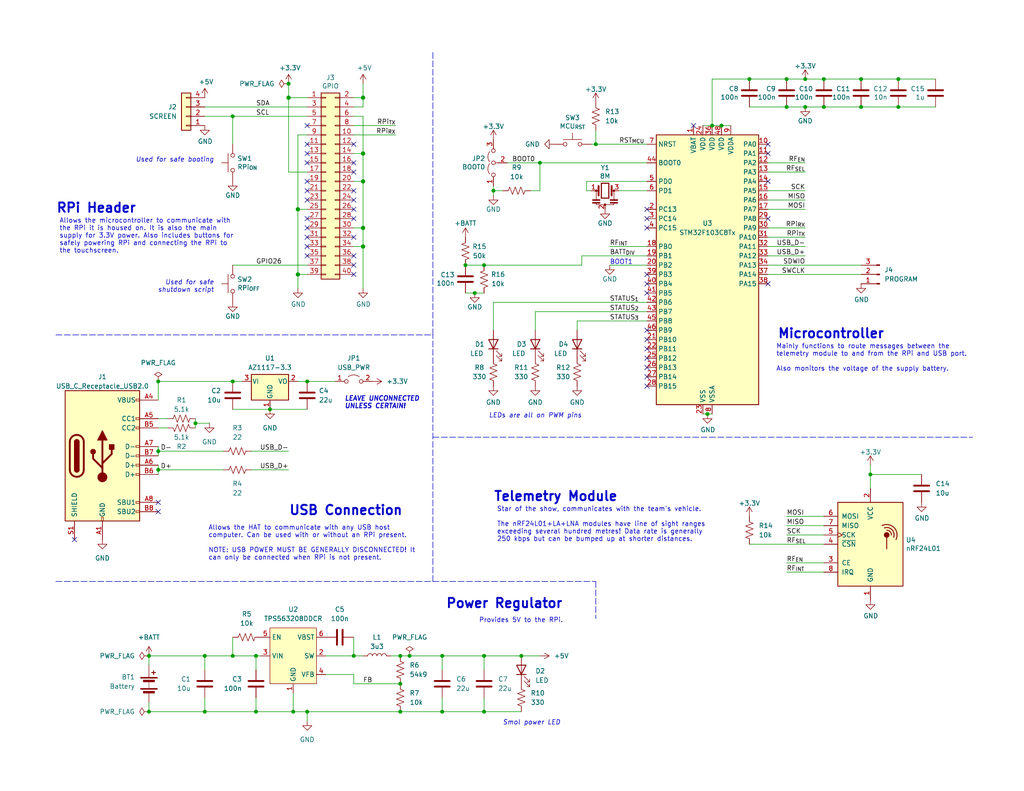
<source format=kicad_sch>
(kicad_sch (version 20230121) (generator eeschema)
  (paper "USLetter")
  (title_block (title "Downlink Board") (date "2023-11-30") (rev "1.0") (company "HPVDT") (comment 1 "Hosts a microcontroller and wireless module for computers to use") (comment 2 "Designed to be an RPi hat with connections for the RPi touchscreen") (comment 3 "Can be used as a standalone USB device too"))
  (lib_symbols
    (symbol "Connector:Conn_01x03_Pin" (pin_names (offset 1.016) hide)
      (property "Reference" "J" (at 0 5.08 0))
      (property "Value" "Conn_01x03_Pin" (at 0 -5.08 0))
      (symbol "Conn_01x03_Pin_1_1"
        (pin passive line (at 5.08 2.54 180) (length 3.81) (name "Pin_1") (number "1"))
        (pin passive line (at 5.08 0 180) (length 3.81) (name "Pin_2") (number "2"))
        (pin passive line (at 5.08 -2.54 180) (length 3.81) (name "Pin_3") (number "3"))
      )
    )
    (symbol "Connector:USB_C_Receptacle_USB2.0" (pin_names (offset 1.016))
      (property "Reference" "J" (at -10.16 19.05 0))
      (property "Value" "USB_C_Receptacle_USB2.0" (at 19.05 19.05 0))
      (symbol "USB_C_Receptacle_USB2.0_1_1"
        (pin passive line (at 0 -22.86 90) (length 5.08) (name "GND") (number "A1"))
        (pin passive line (at 0 -22.86 90) (length 5.08) hide (name "GND") (number "A12"))
        (pin passive line (at 15.24 15.24 180) (length 5.08) (name "VBUS") (number "A4"))
        (pin bidirectional line (at 15.24 10.16 180) (length 5.08) (name "CC1") (number "A5"))
        (pin bidirectional line (at 15.24 -2.54 180) (length 5.08) (name "D+") (number "A6"))
        (pin bidirectional line (at 15.24 2.54 180) (length 5.08) (name "D-") (number "A7"))
        (pin bidirectional line (at 15.24 -12.7 180) (length 5.08) (name "SBU1") (number "A8"))
        (pin passive line (at 15.24 15.24 180) (length 5.08) hide (name "VBUS") (number "A9"))
        (pin passive line (at 0 -22.86 90) (length 5.08) hide (name "GND") (number "B1"))
        (pin passive line (at 0 -22.86 90) (length 5.08) hide (name "GND") (number "B12"))
        (pin passive line (at 15.24 15.24 180) (length 5.08) hide (name "VBUS") (number "B4"))
        (pin bidirectional line (at 15.24 7.62 180) (length 5.08) (name "CC2") (number "B5"))
        (pin bidirectional line (at 15.24 -5.08 180) (length 5.08) (name "D+") (number "B6"))
        (pin bidirectional line (at 15.24 0 180) (length 5.08) (name "D-") (number "B7"))
        (pin bidirectional line (at 15.24 -15.24 180) (length 5.08) (name "SBU2") (number "B8"))
        (pin passive line (at 15.24 15.24 180) (length 5.08) hide (name "VBUS") (number "B9"))
        (pin passive line (at -7.62 -22.86 90) (length 5.08) (name "SHIELD") (number "S1"))
      )
    )
    (symbol "Connector_Generic:Conn_01x04" (pin_names (offset 1.016) hide)
      (property "Reference" "J" (at 0 5.08 0))
      (property "Value" "Conn_01x04" (at 0 -7.62 0))
      (symbol "Conn_01x04_1_1"
        (pin passive line (at -5.08 2.54 0) (length 3.81) (name "Pin_1") (number "1"))
        (pin passive line (at -5.08 0 0) (length 3.81) (name "Pin_2") (number "2"))
        (pin passive line (at -5.08 -2.54 0) (length 3.81) (name "Pin_3") (number "3"))
        (pin passive line (at -5.08 -5.08 0) (length 3.81) (name "Pin_4") (number "4"))
      )
    )
    (symbol "Connector_Generic:Conn_02x20_Odd_Even" (pin_names (offset 1.016) hide)
      (property "Reference" "J" (at 1.27 25.4 0))
      (property "Value" "Conn_02x20_Odd_Even" (at 1.27 -27.94 0))
      (symbol "Conn_02x20_Odd_Even_1_1"
        (pin passive line (at -5.08 22.86 0) (length 3.81) (name "Pin_1") (number "1"))
        (pin passive line (at 7.62 12.7 180) (length 3.81) (name "Pin_10") (number "10"))
        (pin passive line (at -5.08 10.16 0) (length 3.81) (name "Pin_11") (number "11"))
        (pin passive line (at 7.62 10.16 180) (length 3.81) (name "Pin_12") (number "12"))
        (pin passive line (at -5.08 7.62 0) (length 3.81) (name "Pin_13") (number "13"))
        (pin passive line (at 7.62 7.62 180) (length 3.81) (name "Pin_14") (number "14"))
        (pin passive line (at -5.08 5.08 0) (length 3.81) (name "Pin_15") (number "15"))
        (pin passive line (at 7.62 5.08 180) (length 3.81) (name "Pin_16") (number "16"))
        (pin passive line (at -5.08 2.54 0) (length 3.81) (name "Pin_17") (number "17"))
        (pin passive line (at 7.62 2.54 180) (length 3.81) (name "Pin_18") (number "18"))
        (pin passive line (at -5.08 0 0) (length 3.81) (name "Pin_19") (number "19"))
        (pin passive line (at 7.62 22.86 180) (length 3.81) (name "Pin_2") (number "2"))
        (pin passive line (at 7.62 0 180) (length 3.81) (name "Pin_20") (number "20"))
        (pin passive line (at -5.08 -2.54 0) (length 3.81) (name "Pin_21") (number "21"))
        (pin passive line (at 7.62 -2.54 180) (length 3.81) (name "Pin_22") (number "22"))
        (pin passive line (at -5.08 -5.08 0) (length 3.81) (name "Pin_23") (number "23"))
        (pin passive line (at 7.62 -5.08 180) (length 3.81) (name "Pin_24") (number "24"))
        (pin passive line (at -5.08 -7.62 0) (length 3.81) (name "Pin_25") (number "25"))
        (pin passive line (at 7.62 -7.62 180) (length 3.81) (name "Pin_26") (number "26"))
        (pin passive line (at -5.08 -10.16 0) (length 3.81) (name "Pin_27") (number "27"))
        (pin passive line (at 7.62 -10.16 180) (length 3.81) (name "Pin_28") (number "28"))
        (pin passive line (at -5.08 -12.7 0) (length 3.81) (name "Pin_29") (number "29"))
        (pin passive line (at -5.08 20.32 0) (length 3.81) (name "Pin_3") (number "3"))
        (pin passive line (at 7.62 -12.7 180) (length 3.81) (name "Pin_30") (number "30"))
        (pin passive line (at -5.08 -15.24 0) (length 3.81) (name "Pin_31") (number "31"))
        (pin passive line (at 7.62 -15.24 180) (length 3.81) (name "Pin_32") (number "32"))
        (pin passive line (at -5.08 -17.78 0) (length 3.81) (name "Pin_33") (number "33"))
        (pin passive line (at 7.62 -17.78 180) (length 3.81) (name "Pin_34") (number "34"))
        (pin passive line (at -5.08 -20.32 0) (length 3.81) (name "Pin_35") (number "35"))
        (pin passive line (at 7.62 -20.32 180) (length 3.81) (name "Pin_36") (number "36"))
        (pin passive line (at -5.08 -22.86 0) (length 3.81) (name "Pin_37") (number "37"))
        (pin passive line (at 7.62 -22.86 180) (length 3.81) (name "Pin_38") (number "38"))
        (pin passive line (at -5.08 -25.4 0) (length 3.81) (name "Pin_39") (number "39"))
        (pin passive line (at 7.62 20.32 180) (length 3.81) (name "Pin_4") (number "4"))
        (pin passive line (at 7.62 -25.4 180) (length 3.81) (name "Pin_40") (number "40"))
        (pin passive line (at -5.08 17.78 0) (length 3.81) (name "Pin_5") (number "5"))
        (pin passive line (at 7.62 17.78 180) (length 3.81) (name "Pin_6") (number "6"))
        (pin passive line (at -5.08 15.24 0) (length 3.81) (name "Pin_7") (number "7"))
        (pin passive line (at 7.62 15.24 180) (length 3.81) (name "Pin_8") (number "8"))
        (pin passive line (at -5.08 12.7 0) (length 3.81) (name "Pin_9") (number "9"))
      )
    )
    (symbol "Device:Battery" (pin_numbers hide) (pin_names (offset 0) hide)
      (property "Reference" "BT" (at 2.54 2.54 0))
      (property "Value" "Battery" (at 2.54 0 0))
      (symbol "Battery_1_1"
        (pin passive line (at 0 5.08 270) (length 2.54) (name "+") (number "1"))
        (pin passive line (at 0 -5.08 90) (length 2.54) (name "-") (number "2"))
      )
    )
    (symbol "Device:C" (pin_numbers hide) (pin_names (offset 0.254))
      (property "Reference" "C" (at 0.635 2.54 0))
      (property "Value" "C" (at 0.635 -2.54 0))
      (symbol "C_1_1"
        (pin passive line (at 0 3.81 270) (length 2.794) (name "~") (number "1"))
        (pin passive line (at 0 -3.81 90) (length 2.794) (name "~") (number "2"))
      )
    )
    (symbol "Device:L" (pin_numbers hide) (pin_names (offset 1.016) hide)
      (property "Reference" "L" (at -1.27 0 90))
      (property "Value" "L" (at 1.905 0 90))
      (symbol "L_1_1"
        (pin passive line (at 0 3.81 270) (length 1.27) (name "1") (number "1"))
        (pin passive line (at 0 -3.81 90) (length 1.27) (name "2") (number "2"))
      )
    )
    (symbol "Device:LED" (pin_numbers hide) (pin_names (offset 1.016) hide)
      (property "Reference" "D" (at 0 2.54 0))
      (property "Value" "LED" (at 0 -2.54 0))
      (symbol "LED_1_1"
        (pin passive line (at -3.81 0 0) (length 2.54) (name "K") (number "1"))
        (pin passive line (at 3.81 0 180) (length 2.54) (name "A") (number "2"))
      )
    )
    (symbol "Device:R_US" (pin_numbers hide) (pin_names (offset 0))
      (property "Reference" "R" (at 2.54 0 90))
      (property "Value" "R_US" (at -2.54 0 90))
      (symbol "R_US_1_1"
        (pin passive line (at 0 3.81 270) (length 1.27) (name "~") (number "1"))
        (pin passive line (at 0 -3.81 90) (length 1.27) (name "~") (number "2"))
      )
    )
    (symbol "Device:Resonator" (pin_names (offset 1.016) hide)
      (property "Reference" "Y" (at 0 5.715 0))
      (property "Value" "Resonator" (at 0 3.81 0))
      (symbol "Resonator_1_1"
        (pin passive line (at -3.81 0 0) (length 1.27) (name "1") (number "1"))
        (pin passive line (at 0 -5.08 90) (length 1.27) (name "2") (number "2"))
        (pin passive line (at 3.81 0 180) (length 1.27) (name "3") (number "3"))
      )
    )
    (symbol "Jumper:Jumper_2_Open" (pin_names (offset 0) hide)
      (property "Reference" "JP" (at 0 2.794 0))
      (property "Value" "Jumper_2_Open" (at 0 -2.286 0))
      (symbol "Jumper_2_Open_1_1"
        (pin passive line (at -5.08 0 0) (length 2.54) (name "A") (number "1"))
        (pin passive line (at 5.08 0 180) (length 2.54) (name "B") (number "2"))
      )
    )
    (symbol "Jumper:Jumper_3_Open" (pin_names (offset 0) hide)
      (property "Reference" "JP" (at -2.54 -2.54 0))
      (property "Value" "Jumper_3_Open" (at 0 2.794 0))
      (symbol "Jumper_3_Open_1_1"
        (pin passive line (at -6.35 0 0) (length 2.54) (name "A") (number "1"))
        (pin passive line (at 0 -3.81 90) (length 2.54) (name "C") (number "2"))
        (pin passive line (at 6.35 0 180) (length 2.54) (name "B") (number "3"))
      )
    )
    (symbol "MCU_ST_STM32F1:STM32F103C8Tx"
      (property "Reference" "U" (at -12.7 39.37 0))
      (property "Value" "STM32F103C8Tx" (at 10.16 39.37 0))
      (symbol "STM32F103C8Tx_1_1"
        (pin power_in line (at -2.54 40.64 270) (length 2.54) (name "VBAT") (number "1"))
        (pin bidirectional line (at 17.78 35.56 180) (length 2.54) (name "PA0") (number "10"))
        (pin bidirectional line (at 17.78 33.02 180) (length 2.54) (name "PA1") (number "11"))
        (pin bidirectional line (at 17.78 30.48 180) (length 2.54) (name "PA2") (number "12"))
        (pin bidirectional line (at 17.78 27.94 180) (length 2.54) (name "PA3") (number "13"))
        (pin bidirectional line (at 17.78 25.4 180) (length 2.54) (name "PA4") (number "14"))
        (pin bidirectional line (at 17.78 22.86 180) (length 2.54) (name "PA5") (number "15"))
        (pin bidirectional line (at 17.78 20.32 180) (length 2.54) (name "PA6") (number "16"))
        (pin bidirectional line (at 17.78 17.78 180) (length 2.54) (name "PA7") (number "17"))
        (pin bidirectional line (at -15.24 7.62 0) (length 2.54) (name "PB0") (number "18"))
        (pin bidirectional line (at -15.24 5.08 0) (length 2.54) (name "PB1") (number "19"))
        (pin bidirectional line (at -15.24 17.78 0) (length 2.54) (name "PC13") (number "2"))
        (pin bidirectional line (at -15.24 2.54 0) (length 2.54) (name "PB2") (number "20"))
        (pin bidirectional line (at -15.24 -17.78 0) (length 2.54) (name "PB10") (number "21"))
        (pin bidirectional line (at -15.24 -20.32 0) (length 2.54) (name "PB11") (number "22"))
        (pin power_in line (at 0 -38.1 90) (length 2.54) (name "VSS") (number "23"))
        (pin power_in line (at 0 40.64 270) (length 2.54) (name "VDD") (number "24"))
        (pin bidirectional line (at -15.24 -22.86 0) (length 2.54) (name "PB12") (number "25"))
        (pin bidirectional line (at -15.24 -25.4 0) (length 2.54) (name "PB13") (number "26"))
        (pin bidirectional line (at -15.24 -27.94 0) (length 2.54) (name "PB14") (number "27"))
        (pin bidirectional line (at -15.24 -30.48 0) (length 2.54) (name "PB15") (number "28"))
        (pin bidirectional line (at 17.78 15.24 180) (length 2.54) (name "PA8") (number "29"))
        (pin bidirectional line (at -15.24 15.24 0) (length 2.54) (name "PC14") (number "3"))
        (pin bidirectional line (at 17.78 12.7 180) (length 2.54) (name "PA9") (number "30"))
        (pin bidirectional line (at 17.78 10.16 180) (length 2.54) (name "PA10") (number "31"))
        (pin bidirectional line (at 17.78 7.62 180) (length 2.54) (name "PA11") (number "32"))
        (pin bidirectional line (at 17.78 5.08 180) (length 2.54) (name "PA12") (number "33"))
        (pin bidirectional line (at 17.78 2.54 180) (length 2.54) (name "PA13") (number "34"))
        (pin passive line (at 0 -38.1 90) (length 2.54) hide (name "VSS") (number "35"))
        (pin power_in line (at 2.54 40.64 270) (length 2.54) (name "VDD") (number "36"))
        (pin bidirectional line (at 17.78 0 180) (length 2.54) (name "PA14") (number "37"))
        (pin bidirectional line (at 17.78 -2.54 180) (length 2.54) (name "PA15") (number "38"))
        (pin bidirectional line (at -15.24 0 0) (length 2.54) (name "PB3") (number "39"))
        (pin bidirectional line (at -15.24 12.7 0) (length 2.54) (name "PC15") (number "4"))
        (pin bidirectional line (at -15.24 -2.54 0) (length 2.54) (name "PB4") (number "40"))
        (pin bidirectional line (at -15.24 -5.08 0) (length 2.54) (name "PB5") (number "41"))
        (pin bidirectional line (at -15.24 -7.62 0) (length 2.54) (name "PB6") (number "42"))
        (pin bidirectional line (at -15.24 -10.16 0) (length 2.54) (name "PB7") (number "43"))
        (pin input line (at -15.24 30.48 0) (length 2.54) (name "BOOT0") (number "44"))
        (pin bidirectional line (at -15.24 -12.7 0) (length 2.54) (name "PB8") (number "45"))
        (pin bidirectional line (at -15.24 -15.24 0) (length 2.54) (name "PB9") (number "46"))
        (pin passive line (at 0 -38.1 90) (length 2.54) hide (name "VSS") (number "47"))
        (pin power_in line (at 5.08 40.64 270) (length 2.54) (name "VDD") (number "48"))
        (pin bidirectional line (at -15.24 25.4 0) (length 2.54) (name "PD0") (number "5"))
        (pin bidirectional line (at -15.24 22.86 0) (length 2.54) (name "PD1") (number "6"))
        (pin input line (at -15.24 35.56 0) (length 2.54) (name "NRST") (number "7"))
        (pin power_in line (at 2.54 -38.1 90) (length 2.54) (name "VSSA") (number "8"))
        (pin power_in line (at 7.62 40.64 270) (length 2.54) (name "VDDA") (number "9"))
      )
    )
    (symbol "RF:NRF24L01_Breakout" (pin_names (offset 1.016))
      (property "Reference" "U" (at -8.89 12.7 0))
      (property "Value" "NRF24L01_Breakout" (at 3.81 12.7 0))
      (symbol "NRF24L01_Breakout_1_1"
        (pin power_in line (at 0 -15.24 90) (length 3.81) (name "GND") (number "1"))
        (pin power_in line (at 0 15.24 270) (length 3.81) (name "VCC") (number "2"))
        (pin input line (at -12.7 -5.08 0) (length 3.81) (name "CE") (number "3"))
        (pin input line (at -12.7 0 0) (length 3.81) (name "~{CSN}") (number "4"))
        (pin input clock (at -12.7 2.54 0) (length 3.81) (name "SCK") (number "5"))
        (pin input line (at -12.7 7.62 0) (length 3.81) (name "MOSI") (number "6"))
        (pin output line (at -12.7 5.08 0) (length 3.81) (name "MISO") (number "7"))
        (pin output line (at -12.7 -7.62 0) (length 3.81) (name "IRQ") (number "8"))
      )
    )
    (symbol "Regulator_Linear:AZ1117-3.3" (pin_names (offset 0.254))
      (property "Reference" "U" (at -3.81 3.175 0))
      (property "Value" "AZ1117-3.3" (at 0 3.175 0))
      (symbol "AZ1117-3.3_1_1"
        (pin power_in line (at 0 -7.62 90) (length 2.54) (name "GND") (number "1"))
        (pin power_out line (at 7.62 0 180) (length 2.54) (name "VO") (number "2"))
        (pin power_in line (at -7.62 0 0) (length 2.54) (name "VI") (number "3"))
      )
    )
    (symbol "Switch:SW_Push" (pin_numbers hide) (pin_names (offset 1.016) hide)
      (property "Reference" "SW" (at 1.27 2.54 0))
      (property "Value" "SW_Push" (at 0 -1.524 0))
      (symbol "SW_Push_0_1"
        (pin passive line (at -5.08 0 0) (length 2.54) (name "1") (number "1"))
        (pin passive line (at 5.08 0 180) (length 2.54) (name "2") (number "2"))
      )
    )
    (symbol "TPS563208DDCR :TPS563208DDCR"
      (property "Reference" "U" (at 0 11.43 0))
      (property "Value" "TPS563208DDCR" (at 0 8.89 0))
      (symbol "TPS563208DDCR_1_1"
        (pin power_in line (at 0 -10.16 90) (length 2.54) (name "GND") (number "1"))
        (pin power_out line (at 8.89 0 180) (length 2.54) (name "SW") (number "2"))
        (pin power_in line (at -8.89 0 0) (length 2.54) (name "VIN") (number "3"))
        (pin input line (at 8.89 -5.08 180) (length 2.54) (name "VFB") (number "4"))
        (pin input line (at -8.89 5.08 0) (length 2.54) (name "EN") (number "5"))
        (pin passive line (at 8.89 5.08 180) (length 2.54) (name "VBST") (number "6"))
      )
    )
    (symbol "power:+3.3V" (power) (pin_names (offset 0))
      (property "Value" "+3.3V" (at 0 3.556 0))
      (symbol "+3.3V_1_1"
        (pin power_in line (at 0 0 90) (length 0) hide (name "+3.3V") (number "1"))
      )
    )
    (symbol "power:+5V" (power) (pin_names (offset 0))
      (property "Value" "+5V" (at 0 3.556 0))
      (symbol "+5V_1_1"
        (pin power_in line (at 0 0 90) (length 0) hide (name "+5V") (number "1"))
      )
    )
    (symbol "power:+BATT" (power) (pin_names (offset 0))
      (property "Value" "+BATT" (at 0 3.556 0))
      (symbol "+BATT_1_1"
        (pin power_in line (at 0 0 90) (length 0) hide (name "+BATT") (number "1"))
      )
    )
    (symbol "power:GND" (power) (pin_names (offset 0))
      (property "Value" "GND" (at 0 -3.81 0))
      (symbol "GND_1_1"
        (pin power_in line (at 0 0 270) (length 0) hide (name "GND") (number "1"))
      )
    )
    (symbol "power:PWR_FLAG" (power) (pin_numbers hide) (pin_names (offset 0) hide)
      (property "Value" "PWR_FLAG" (at 0 3.81 0))
      (symbol "PWR_FLAG_0_0"
        (pin power_out line (at 0 0 90) (length 0) (name "pwr") (number "1"))
      )
    )
  )
  (junction (at 99.06 26.67) (diameter 1.016))
  (junction (at 214.63 21.59))
  (junction (at 147.32 44.45))
  (junction (at 162.56 39.37))
  (junction (at 99.06 41.91) (diameter 1.016))
  (junction (at 120.65 194.31))
  (junction (at 69.85 194.31))
  (junction (at 109.22 179.07))
  (junction (at 63.5 31.75))
  (junction (at 53.34 115.57))
  (junction (at 224.79 21.59))
  (junction (at 132.08 72.39))
  (junction (at 219.71 29.21))
  (junction (at 111.76 179.07))
  (junction (at 80.01 194.31))
  (junction (at 83.82 104.14))
  (junction (at 245.11 21.59))
  (junction (at 214.63 29.21))
  (junction (at 204.47 21.59))
  (junction (at 43.18 123.19))
  (junction (at 96.52 179.07))
  (junction (at 81.28 74.93) (diameter 1.016))
  (junction (at 234.95 21.59))
  (junction (at 81.28 57.15) (diameter 1.016))
  (junction (at 40.64 194.31))
  (junction (at 245.11 29.21))
  (junction (at 78.74 22.86))
  (junction (at 120.65 179.07))
  (junction (at 109.22 194.31))
  (junction (at 109.22 186.69))
  (junction (at 99.06 67.31) (diameter 1.016))
  (junction (at 55.88 179.07))
  (junction (at 193.04 113.03))
  (junction (at 224.79 29.21))
  (junction (at 132.08 179.07))
  (junction (at 129.54 80.01))
  (junction (at 219.71 21.59))
  (junction (at 194.31 34.29))
  (junction (at 132.08 194.31))
  (junction (at 99.06 62.23) (diameter 1.016))
  (junction (at 69.85 179.07))
  (junction (at 234.95 29.21))
  (junction (at 134.62 52.07))
  (junction (at 237.49 129.54))
  (junction (at 99.06 49.53) (diameter 1.016))
  (junction (at 127 72.39))
  (junction (at 142.24 179.07))
  (junction (at 83.82 194.31))
  (junction (at 40.64 179.07))
  (junction (at 196.85 34.29))
  (junction (at 73.66 111.76))
  (junction (at 43.18 128.27))
  (junction (at 63.5 179.07))
  (junction (at 43.18 104.14))
  (junction (at 63.5 104.14))
  (junction (at 78.74 26.67) (diameter 1.016))
  (junction (at 55.88 194.31))
  (no_connect (at 96.52 72.39))
  (no_connect (at 176.53 97.79))
  (no_connect (at 176.53 92.71))
  (no_connect (at 176.53 74.93))
  (no_connect (at 96.52 57.15))
  (no_connect (at 176.53 90.17))
  (no_connect (at 96.52 74.93))
  (no_connect (at 176.53 102.87))
  (no_connect (at 96.52 44.45))
  (no_connect (at 43.18 137.16))
  (no_connect (at 43.18 139.7))
  (no_connect (at 96.52 59.69))
  (no_connect (at 176.53 77.47))
  (no_connect (at 96.52 46.99))
  (no_connect (at 83.82 49.53))
  (no_connect (at 83.82 41.91))
  (no_connect (at 83.82 54.61))
  (no_connect (at 176.53 62.23))
  (no_connect (at 83.82 67.31))
  (no_connect (at 83.82 64.77))
  (no_connect (at 176.53 100.33))
  (no_connect (at 209.55 77.47))
  (no_connect (at 20.32 147.32))
  (no_connect (at 96.52 69.85))
  (no_connect (at 96.52 39.37))
  (no_connect (at 83.82 69.85))
  (no_connect (at 209.55 41.91))
  (no_connect (at 176.53 95.25))
  (no_connect (at 83.82 39.37))
  (no_connect (at 176.53 105.41))
  (no_connect (at 189.23 34.29))
  (no_connect (at 83.82 52.07))
  (no_connect (at 209.55 59.69))
  (no_connect (at 83.82 34.29))
  (no_connect (at 176.53 59.69))
  (no_connect (at 209.55 39.37))
  (no_connect (at 83.82 44.45))
  (no_connect (at 83.82 62.23))
  (no_connect (at 176.53 57.15))
  (no_connect (at 176.53 80.01))
  (no_connect (at 96.52 52.07))
  (no_connect (at 96.52 54.61))
  (no_connect (at 96.52 64.77))
  (no_connect (at 209.55 49.53))
  (no_connect (at 83.82 59.69))
  (wire (pts (xy 160.02 49.53) (xy 176.53 49.53)))
  (wire (pts (xy 81.28 57.15) (xy 81.28 74.93)))
  (wire (pts (xy 160.02 52.07) (xy 161.29 52.07)))
  (wire (pts (xy 209.55 72.39) (xy 234.95 72.39)))
  (wire (pts (xy 120.65 194.31) (xy 132.08 194.31)))
  (wire (pts (xy 237.49 129.54) (xy 237.49 133.35)))
  (wire (pts (xy 214.63 21.59) (xy 204.47 21.59)))
  (wire (pts (xy 63.5 72.39) (xy 83.82 72.39)))
  (wire (pts (xy 237.49 127) (xy 237.49 129.54)))
  (polyline (pts (xy 118.11 158.75) (xy 162.56 158.75)) (stroke (width 0) (type dash)))
  (wire (pts (xy 99.06 31.75) (xy 99.06 41.91)))
  (wire (pts (xy 142.24 179.07) (xy 147.32 179.07)))
  (wire (pts (xy 99.06 49.53) (xy 96.52 49.53)))
  (wire (pts (xy 147.32 52.07) (xy 147.32 44.45)))
  (wire (pts (xy 214.63 143.51) (xy 224.79 143.51)))
  (wire (pts (xy 214.63 140.97) (xy 224.79 140.97)))
  (wire (pts (xy 99.06 62.23) (xy 99.06 67.31)))
  (wire (pts (xy 96.52 186.69) (xy 109.22 186.69)))
  (wire (pts (xy 40.64 181.61) (xy 40.64 179.07)))
  (wire (pts (xy 209.55 62.23) (xy 219.71 62.23)))
  (wire (pts (xy 157.48 90.17) (xy 157.48 87.63)))
  (wire (pts (xy 234.95 21.59) (xy 224.79 21.59)))
  (wire (pts (xy 96.52 179.07) (xy 96.52 173.99)))
  (wire (pts (xy 158.75 69.85) (xy 176.53 69.85)))
  (wire (pts (xy 83.82 104.14) (xy 91.44 104.14)))
  (wire (pts (xy 160.02 49.53) (xy 160.02 52.07)))
  (wire (pts (xy 134.62 52.07) (xy 134.62 53.34)))
  (wire (pts (xy 99.06 49.53) (xy 99.06 62.23)))
  (wire (pts (xy 55.88 194.31) (xy 55.88 190.5)))
  (wire (pts (xy 96.52 34.29) (xy 107.95 34.29)))
  (wire (pts (xy 53.34 115.57) (xy 53.34 114.3)))
  (wire (pts (xy 81.28 36.83) (xy 81.28 57.15)))
  (wire (pts (xy 196.85 34.29) (xy 199.39 34.29)))
  (wire (pts (xy 73.66 111.76) (xy 83.82 111.76)))
  (wire (pts (xy 43.18 128.27) (xy 60.96 128.27)))
  (wire (pts (xy 134.62 82.55) (xy 134.62 90.17)))
  (wire (pts (xy 81.28 36.83) (xy 83.82 36.83)))
  (wire (pts (xy 132.08 182.88) (xy 132.08 179.07)))
  (wire (pts (xy 146.05 90.17) (xy 146.05 85.09)))
  (wire (pts (xy 147.32 44.45) (xy 176.53 44.45)))
  (wire (pts (xy 120.65 182.88) (xy 120.65 179.07)))
  (wire (pts (xy 43.18 123.19) (xy 60.96 123.19)))
  (wire (pts (xy 219.71 29.21) (xy 224.79 29.21)))
  (wire (pts (xy 81.28 57.15) (xy 83.82 57.15)))
  (wire (pts (xy 40.64 191.77) (xy 40.64 194.31)))
  (wire (pts (xy 132.08 72.39) (xy 158.75 72.39)))
  (wire (pts (xy 69.85 179.07) (xy 69.85 182.88)))
  (polyline (pts (xy 162.56 158.75) (xy 162.56 168.91)) (stroke (width 0) (type dash)))
  (wire (pts (xy 81.28 74.93) (xy 81.28 78.74)))
  (wire (pts (xy 45.72 114.3) (xy 43.18 114.3)))
  (wire (pts (xy 78.74 22.86) (xy 78.74 26.67)))
  (wire (pts (xy 134.62 50.8) (xy 134.62 52.07)))
  (wire (pts (xy 40.64 179.07) (xy 55.88 179.07)))
  (wire (pts (xy 224.79 29.21) (xy 234.95 29.21)))
  (wire (pts (xy 43.18 128.27) (xy 43.18 129.54)))
  (wire (pts (xy 99.06 67.31) (xy 96.52 67.31)))
  (wire (pts (xy 132.08 72.39) (xy 127 72.39)))
  (wire (pts (xy 106.68 179.07) (xy 109.22 179.07)))
  (wire (pts (xy 204.47 21.59) (xy 194.31 21.59)))
  (wire (pts (xy 53.34 116.84) (xy 53.34 115.57)))
  (wire (pts (xy 43.18 109.22) (xy 43.18 104.14)))
  (wire (pts (xy 234.95 29.21) (xy 245.11 29.21)))
  (wire (pts (xy 209.55 74.93) (xy 234.95 74.93)))
  (wire (pts (xy 63.5 179.07) (xy 63.5 173.99)))
  (wire (pts (xy 55.88 29.21) (xy 83.82 29.21)))
  (wire (pts (xy 245.11 29.21) (xy 255.27 29.21)))
  (wire (pts (xy 234.95 21.59) (xy 245.11 21.59)))
  (wire (pts (xy 78.74 46.99) (xy 83.82 46.99)))
  (wire (pts (xy 55.88 179.07) (xy 55.88 182.88)))
  (wire (pts (xy 161.29 39.37) (xy 162.56 39.37)))
  (wire (pts (xy 99.06 26.67) (xy 99.06 29.21)))
  (wire (pts (xy 162.56 35.56) (xy 162.56 39.37)))
  (wire (pts (xy 96.52 179.07) (xy 99.06 179.07)))
  (wire (pts (xy 109.22 194.31) (xy 120.65 194.31)))
  (wire (pts (xy 96.52 184.15) (xy 96.52 186.69)))
  (wire (pts (xy 99.06 41.91) (xy 99.06 49.53)))
  (wire (pts (xy 134.62 82.55) (xy 176.53 82.55)))
  (wire (pts (xy 88.9 179.07) (xy 96.52 179.07)))
  (wire (pts (xy 158.75 72.39) (xy 158.75 69.85)))
  (wire (pts (xy 83.82 194.31) (xy 109.22 194.31)))
  (wire (pts (xy 132.08 194.31) (xy 142.24 194.31)))
  (wire (pts (xy 99.06 41.91) (xy 96.52 41.91)))
  (wire (pts (xy 209.55 69.85) (xy 219.71 69.85)))
  (wire (pts (xy 162.56 39.37) (xy 176.53 39.37)))
  (wire (pts (xy 63.5 104.14) (xy 66.04 104.14)))
  (wire (pts (xy 43.18 123.19) (xy 43.18 124.46)))
  (wire (pts (xy 144.78 52.07) (xy 147.32 52.07)))
  (wire (pts (xy 99.06 22.86) (xy 99.06 26.67)))
  (wire (pts (xy 168.91 52.07) (xy 176.53 52.07)))
  (wire (pts (xy 204.47 148.59) (xy 224.79 148.59)))
  (wire (pts (xy 120.65 179.07) (xy 132.08 179.07)))
  (wire (pts (xy 99.06 26.67) (xy 96.52 26.67)))
  (wire (pts (xy 78.74 26.67) (xy 78.74 46.99)))
  (polyline (pts (xy 15.24 158.75) (xy 118.11 158.75)) (stroke (width 0) (type dash)))
  (wire (pts (xy 55.88 179.07) (xy 63.5 179.07)))
  (wire (pts (xy 96.52 36.83) (xy 107.95 36.83)))
  (wire (pts (xy 219.71 21.59) (xy 214.63 21.59)))
  (wire (pts (xy 157.48 87.63) (xy 176.53 87.63)))
  (wire (pts (xy 138.43 44.45) (xy 147.32 44.45)))
  (wire (pts (xy 69.85 194.31) (xy 69.85 190.5)))
  (wire (pts (xy 245.11 21.59) (xy 255.27 21.59)))
  (wire (pts (xy 214.63 156.21) (xy 224.79 156.21)))
  (wire (pts (xy 45.72 116.84) (xy 43.18 116.84)))
  (wire (pts (xy 57.15 115.57) (xy 53.34 115.57)))
  (wire (pts (xy 209.55 46.99) (xy 219.71 46.99)))
  (wire (pts (xy 204.47 29.21) (xy 214.63 29.21)))
  (wire (pts (xy 166.37 67.31) (xy 176.53 67.31)))
  (wire (pts (xy 99.06 29.21) (xy 96.52 29.21)))
  (wire (pts (xy 209.55 67.31) (xy 219.71 67.31)))
  (wire (pts (xy 129.54 80.01) (xy 132.08 80.01)))
  (wire (pts (xy 219.71 52.07) (xy 209.55 52.07)))
  (wire (pts (xy 43.18 104.14) (xy 63.5 104.14)))
  (wire (pts (xy 214.63 153.67) (xy 224.79 153.67)))
  (wire (pts (xy 134.62 52.07) (xy 137.16 52.07)))
  (wire (pts (xy 219.71 54.61) (xy 209.55 54.61)))
  (wire (pts (xy 214.63 146.05) (xy 224.79 146.05)))
  (wire (pts (xy 191.77 113.03) (xy 193.04 113.03)))
  (polyline (pts (xy 15.24 91.44) (xy 118.11 91.44)) (stroke (width 0) (type dash)))
  (wire (pts (xy 209.55 64.77) (xy 219.71 64.77)))
  (wire (pts (xy 63.5 179.07) (xy 69.85 179.07)))
  (wire (pts (xy 63.5 31.75) (xy 55.88 31.75)))
  (wire (pts (xy 81.28 74.93) (xy 83.82 74.93)))
  (wire (pts (xy 111.76 179.07) (xy 120.65 179.07)))
  (wire (pts (xy 63.5 31.75) (xy 63.5 39.37)))
  (polyline (pts (xy 118.11 91.44) (xy 118.11 13.97)) (stroke (width 0) (type dash)))
  (wire (pts (xy 55.88 194.31) (xy 69.85 194.31)))
  (wire (pts (xy 99.06 31.75) (xy 96.52 31.75)))
  (polyline (pts (xy 118.11 119.38) (xy 265.43 119.38)) (stroke (width 0) (type dash)))
  (wire (pts (xy 109.22 179.07) (xy 111.76 179.07)))
  (wire (pts (xy 43.18 121.92) (xy 43.18 123.19)))
  (wire (pts (xy 214.63 29.21) (xy 219.71 29.21)))
  (polyline (pts (xy 118.11 158.75) (xy 118.11 91.44)) (stroke (width 0) (type dash)))
  (wire (pts (xy 237.49 129.54) (xy 251.46 129.54)))
  (wire (pts (xy 63.5 111.76) (xy 73.66 111.76)))
  (wire (pts (xy 69.85 194.31) (xy 80.01 194.31)))
  (wire (pts (xy 132.08 179.07) (xy 142.24 179.07)))
  (wire (pts (xy 166.37 72.39) (xy 176.53 72.39)))
  (wire (pts (xy 129.54 80.01) (xy 127 80.01)))
  (wire (pts (xy 193.04 113.03) (xy 194.31 113.03)))
  (wire (pts (xy 78.74 123.19) (xy 68.58 123.19)))
  (wire (pts (xy 80.01 194.31) (xy 83.82 194.31)))
  (wire (pts (xy 83.82 196.85) (xy 83.82 194.31)))
  (wire (pts (xy 99.06 67.31) (xy 99.06 78.74)))
  (wire (pts (xy 63.5 31.75) (xy 83.82 31.75)))
  (wire (pts (xy 146.05 85.09) (xy 176.53 85.09)))
  (wire (pts (xy 78.74 128.27) (xy 68.58 128.27)))
  (wire (pts (xy 88.9 184.15) (xy 96.52 184.15)))
  (wire (pts (xy 99.06 62.23) (xy 96.52 62.23)))
  (wire (pts (xy 194.31 34.29) (xy 196.85 34.29)))
  (wire (pts (xy 78.74 26.67) (xy 83.82 26.67)))
  (wire (pts (xy 71.12 179.07) (xy 69.85 179.07)))
  (wire (pts (xy 191.77 34.29) (xy 194.31 34.29)))
  (wire (pts (xy 120.65 194.31) (xy 120.65 190.5)))
  (wire (pts (xy 40.64 194.31) (xy 55.88 194.31)))
  (wire (pts (xy 43.18 127) (xy 43.18 128.27)))
  (wire (pts (xy 132.08 190.5) (xy 132.08 194.31)))
  (wire (pts (xy 224.79 21.59) (xy 219.71 21.59)))
  (wire (pts (xy 219.71 57.15) (xy 209.55 57.15)))
  (wire (pts (xy 209.55 44.45) (xy 219.71 44.45)))
  (wire (pts (xy 194.31 21.59) (xy 194.31 34.29)))
  (wire (pts (xy 80.01 194.31) (xy 80.01 189.23)))
  (wire (pts (xy 81.28 104.14) (xy 83.82 104.14)))
  (text_box "Allows the HAT to communicate with any USB host computer. Can be used with or without an RPi present.\n\nNOTE: USB POWER MUST BE GENERALLY DISCONNECTED! It can only be connected when RPi is not present." (at 55.88 142.24 0) (size 58.42 13.97) (stroke (width -0.0001)) (effects (font (size 1.27 1.27)) (justify left top)))
  (text_box "Allows the microcontroller to communicate with the RPi it is housed on. It is also the main supply for 3.3V power. Also includes buttons for safely powering RPi and connecting the RPi to the touchscreen." (at 15.24 58.42 0) (size 49.53 11.43) (stroke (width -0.0001)) (effects (font (size 1.27 1.27)) (justify left top)))
  (text_box "Mainly functions to route messages between the telemetry module to and from the RPi and USB port.\n\nAlso monitors the voltage of the supply battery." (at 210.82 92.71 0) (size 54.61 15.24) (stroke (width -0.0001)) (effects (font (size 1.27 1.27)) (justify left top)))
  (text_box "Star of the show, communicates with the team's vehicle.\n\nThe nRF24L01+LA+LNA modules have line of sight ranges exceeding several hundred metres! Data rate is generally 250 kbps but can be bumped up at shorter distances." (at 134.62 137.16 0) (size 60.96 11.43) (stroke (width -0.0001)) (effects (font (size 1.27 1.27)) (justify left top)))
  (text "Provides 5V to the RPi." (at 153.67 170.18 0) (effects (font (size 1.27 1.27)) (justify right bottom)))
  (text "Microcontroller" (at 212.09 92.71 0) (effects (font (size 2.54 2.54) (thickness 0.508) bold) (justify left bottom)))
  (text "LEAVE UNCONNECTED\nUNLESS CERTAIN!" (at 93.98 111.76 0) (effects (font (size 1.27 1.27) (thickness 0.254) bold italic) (justify left bottom)))
  (text "Used for safe booting" (at 58.42 44.45 0) (effects (font (size 1.27 1.27) italic) (justify right bottom)))
  (text "Smol power LED" (at 137.16 198.12 0) (effects (font (size 1.27 1.27) italic) (justify left bottom)))
  (text "RPi Header" (at 15.24 58.42 0) (effects (font (size 2.54 2.54) (thickness 0.508) bold) (justify left bottom)))
  (text "BOOT1" (at 166.37 72.39 0) (effects (font (size 1.27 1.27)) (justify left bottom)))
  (text "LEDs are all on PWM pins" (at 133.35 114.3 0) (effects (font (size 1.27 1.27) italic) (justify left bottom)))
  (text "Telemetry Module" (at 134.62 137.16 0) (effects (font (size 2.54 2.54) (thickness 0.508) bold) (justify left bottom)))
  (text "Power Regulator" (at 153.67 166.37 0) (effects (font (size 2.54 2.54) (thickness 0.508) bold) (justify right bottom)))
  (text "USB Connection" (at 78.74 140.97 0) (effects (font (size 2.54 2.54) (thickness 0.508) bold) (justify left bottom)))
  (text "Used for safe\nshutdown script" (at 58.42 80.01 0) (effects (font (size 1.27 1.27) italic) (justify right bottom)))
  (label "STATUS_{2}" (at 166.37 85.09 0))
  (label "SCK" (at 219.71 52.07 180))
  (label "RPi_{RX}" (at 219.71 62.23 180))
  (label "USB_D+" (at 78.74 128.27 180))
  (label "RF_{EN}" (at 219.71 44.45 180))
  (label "RF_{INT}" (at 214.63 156.21 0))
  (label "USB_D-" (at 78.74 123.19 180))
  (label "MISO" (at 219.71 54.61 180))
  (label "SWCLK" (at 219.71 74.93 180))
  (label "RF_{SEL}" (at 214.63 148.59 0))
  (label "D-" (at 43.815 123.19 0))
  (label "RPi_{TX}" (at 107.95 34.29 180))
  (label "RF_{SEL}" (at 219.71 46.99 180))
  (label "RPi_{RX}" (at 107.95 36.83 180))
  (label "USB_D-" (at 219.71 67.31 180))
  (label "USB_D+" (at 219.71 69.85 180))
  (label "SDA" (at 69.85 29.21 0))
  (label "GPIO26" (at 69.85 72.39 0))
  (label "SCL" (at 69.85 31.75 0))
  (label "BOOT0" (at 139.7 44.45 0))
  (label "FB" (at 99.06 186.69 0))
  (label "BATT_{DIV}" (at 166.37 69.85 0))
  (label "STATUS_{1}" (at 166.37 82.55 0))
  (label "SCK" (at 214.63 146.05 0))
  (label "MOSI" (at 219.71 57.15 180))
  (label "STATUS_{3}" (at 166.37 87.63 0))
  (label "RPi_{TX}" (at 219.71 64.77 180))
  (label "RST_{MCU}" (at 168.91 39.37 0))
  (label "RF_{INT}" (at 166.37 67.31 0))
  (label "D+" (at 43.815 128.27 0))
  (label "MISO" (at 214.63 143.51 0))
  (label "SDWIO" (at 219.71 72.39 180))
  (label "MOSI" (at 214.63 140.97 0))
  (label "RF_{EN}" (at 214.63 153.67 0))
  (symbol (lib_id "power:+5V") (at 99.06 22.86 0) (unit 1)
    (property "Reference" "#PWR012" (effects hide))
    (property "Value" "+5V" (at 99.4283 18.5356 0))
  )
  (symbol (lib_id "power:+3.3V") (at 78.74 22.86 0) (unit 1)
    (property "Reference" "#PWR09" (effects hide))
    (property "Value" "+3.3V" (at 79.1083 18.5356 0))
  )
  (symbol (lib_id "power:GND") (at 99.06 78.74 0) (unit 1)
    (property "Reference" "#PWR013" (effects hide))
    (property "Value" "GND" (at 99.1743 83.0644 0))
  )
  (symbol (lib_id "power:GND") (at 81.28 78.74 0) (unit 1)
    (property "Reference" "#PWR010" (effects hide))
    (property "Value" "GND" (at 81.3943 83.0644 0))
  )
  (symbol (lib_id "Connector_Generic:Conn_02x20_Odd_Even") (at 88.9 49.53 0) (unit 1)
    (property "Reference" "J3" (at 90.17 21.1898 0))
    (property "Value" "GPIO" (at 90.17 23.495 0))
    (property "Footprint" "Connector_PinSocket_2.54mm:PinSocket_2x20_P2.54mm_Vertical" (effects hide))
  )
  (symbol (lib_id "power:+3.3V") (at 237.49 127 0) (unit 1)
    (property "Reference" "#PWR030" (effects hide))
    (property "Value" "+3.3V" (at 237.49 123.444 0))
  )
  (symbol (lib_id "Device:C") (at 132.08 186.69 180) (unit 1)
    (property "Reference" "C7" (at 135.89 185.42 0) (effects (justify right)))
    (property "Value" "22u" (at 135.89 187.96 0) (effects (justify right)))
    (property "Footprint" "Capacitor_SMD:C_0805_2012Metric" (effects hide))
  )
  (symbol (lib_id "power:+3.3V") (at 162.56 27.94 0) (unit 1)
    (property "Reference" "#PWR022" (effects hide))
    (property "Value" "+3.3V" (at 162.56 24.384 0))
  )
  (symbol (lib_id "power:GND") (at 251.46 137.16 0) (unit 1)
    (property "Reference" "#PWR034" (effects hide))
    (property "Value" "GND" (at 251.5743 141.4844 0))
  )
  (symbol (lib_id "Device:R_US") (at 134.62 101.6 180) (unit 1)
    (property "Reference" "R8" (at 130.81 100.33 0))
    (property "Value" "330" (at 130.81 102.87 0))
    (property "Footprint" "Resistor_SMD:R_0603_1608Metric" (effects hide))
  )
  (symbol (lib_id "RF:NRF24L01_Breakout") (at 237.49 148.59 0) (unit 1)
    (property "Reference" "U4" (at 247.142 147.4216 0) (effects (justify left)))
    (property "Value" "nRF24L01" (at 247.142 149.733 0) (effects (justify left)))
    (property "Footprint" "RF_Module:nRF24L01_Breakout" (effects hide))
    (property "Datasheet" "http://www.nordicsemi.com/eng/content/download/2730/34105/file/nRF24L01_Product_Specification_v2_0.pdf" (effects hide))
  )
  (symbol (lib_id "Regulator_Linear:AZ1117-3.3") (at 73.66 104.14 0) (unit 1)
    (property "Reference" "U1" (at 73.66 97.79 0))
    (property "Value" "AZ1117-3.3" (at 73.66 100.33 0))
    (property "Footprint" "Package_TO_SOT_SMD:SOT-223-3_TabPin2" (effects hide))
    (property "Datasheet" "https://www.diodes.com/assets/Datasheets/AZ1117.pdf" (effects hide))
  )
  (symbol (lib_id "Device:R_US") (at 49.53 116.84 90) (mirror x) (unit 1)
    (property "Reference" "R2" (at 49.53 121.92 90))
    (property "Value" "5.1k" (at 49.53 119.38 90))
    (property "Footprint" "Resistor_SMD:R_0603_1608Metric" (effects hide))
  )
  (symbol (lib_id "Device:R_US") (at 146.05 101.6 180) (unit 1)
    (property "Reference" "R11" (at 142.24 100.33 0))
    (property "Value" "330" (at 142.24 102.87 0))
    (property "Footprint" "Resistor_SMD:R_0603_1608Metric" (effects hide))
  )
  (symbol (lib_id "Connector:Conn_01x03_Pin") (at 240.03 74.93 180) (unit 1)
    (property "Reference" "J4" (at 241.3 73.66 0) (effects (justify right)))
    (property "Value" "PROGRAM" (at 241.3 76.2 0) (effects (justify right)))
    (property "Footprint" "Connector_PinHeader_2.54mm:PinHeader_1x03_P2.54mm_Vertical" (effects hide))
  )
  (symbol (lib_id "Jumper:Jumper_3_Open") (at 134.62 44.45 90) (unit 1)
    (property "Reference" "JP2" (at 132.4102 43.2816 90) (effects (justify left)))
    (property "Value" "BOOT0" (at 132.4102 45.593 90) (effects (justify left)))
    (property "Footprint" "Connector_PinHeader_2.54mm:PinHeader_1x03_P2.54mm_Vertical" (effects hide))
  )
  (symbol (lib_id "Device:R_US") (at 109.22 182.88 0) (unit 1)
    (property "Reference" "R6" (at 111.76 181.61 0) (effects (justify left)))
    (property "Value" "54k9" (at 111.76 184.15 0) (effects (justify left)))
    (property "Footprint" "Resistor_SMD:R_0603_1608Metric" (effects hide))
  )
  (symbol (lib_id "Switch:SW_Push") (at 63.5 44.45 90) (unit 1)
    (property "Reference" "SW1" (at 64.7192 43.2816 90) (effects (justify right)))
    (property "Value" "RPi_{ON}" (at 64.7192 45.593 90) (effects (justify right)))
    (property "Footprint" "Button_Switch_THT:SW_PUSH_6mm_H4.3mm" (effects hide))
  )
  (symbol (lib_id "power:+3.3V") (at 219.71 21.59 0) (unit 1)
    (property "Reference" "#PWR027" (effects hide))
    (property "Value" "+3.3V" (at 219.71 18.034 0))
  )
  (symbol (lib_id "power:GND") (at 166.37 72.39 0) (unit 1)
    (property "Reference" "#PWR024" (effects hide))
    (property "Value" "GND" (at 166.37 76.2 0))
  )
  (symbol (lib_id "power:GND") (at 129.54 80.01 0) (mirror y) (unit 1)
    (property "Reference" "#PWR032" (effects hide))
    (property "Value" "GND" (at 129.54 83.82 0))
  )
  (symbol (lib_id "power:GND") (at 146.05 105.41 0) (unit 1)
    (property "Reference" "#PWR018" (effects hide))
    (property "Value" "GND" (at 146.05 109.8534 0))
  )
  (symbol (lib_id "Device:C") (at 69.85 186.69 0) (mirror x) (unit 1)
    (property "Reference" "C3" (at 66.04 185.42 0) (effects (justify right)))
    (property "Value" "100n" (at 66.04 187.96 0) (effects (justify right)))
    (property "Footprint" "Capacitor_SMD:C_0603_1608Metric" (effects hide))
  )
  (symbol (lib_id "power:GND") (at 234.95 77.47 0) (unit 1)
    (property "Reference" "#PWR029" (effects hide))
    (property "Value" "GND" (at 235.0643 81.7944 0))
  )
  (symbol (lib_id "Device:C") (at 251.46 133.35 180) (unit 1)
    (property "Reference" "C14" (at 255.27 132.08 0) (effects (justify right)))
    (property "Value" "10u" (at 255.27 134.62 0) (effects (justify right)))
    (property "Footprint" "Capacitor_SMD:C_0805_2012Metric" (effects hide))
  )
  (symbol (lib_id "Device:R_US") (at 140.97 52.07 90) (unit 1)
    (property "Reference" "R9" (at 140.97 45.72 90))
    (property "Value" "10k" (at 140.97 48.26 90))
    (property "Footprint" "Resistor_SMD:R_0603_1608Metric" (effects hide))
  )
  (symbol (lib_id "Device:R_US") (at 204.47 144.78 180) (unit 1)
    (property "Reference" "R14" (at 207.01 143.51 0) (effects (justify right)))
    (property "Value" "10k" (at 207.01 146.05 0) (effects (justify right)))
    (property "Footprint" "Resistor_SMD:R_0603_1608Metric" (effects hide))
  )
  (symbol (lib_id "Device:R_US") (at 142.24 190.5 180) (unit 1)
    (property "Reference" "R10" (at 144.78 189.23 0) (effects (justify right)))
    (property "Value" "330" (at 144.78 191.77 0) (effects (justify right)))
    (property "Footprint" "Resistor_SMD:R_0603_1608Metric" (effects hide))
  )
  (symbol (lib_id "power:PWR_FLAG") (at 111.76 179.07 0) (unit 1)
    (property "Reference" "#FLG05" (effects hide))
    (property "Value" "PWR_FLAG" (at 111.76 173.99 0))
  )
  (symbol (lib_id "power:GND") (at 193.04 113.03 0) (unit 1)
    (property "Reference" "#PWR025" (effects hide))
    (property "Value" "GND" (at 193.1543 117.3544 0))
  )
  (symbol (lib_id "Device:C") (at 120.65 186.69 180) (unit 1)
    (property "Reference" "C6" (at 124.46 185.42 0) (effects (justify right)))
    (property "Value" "22u" (at 124.46 187.96 0) (effects (justify right)))
    (property "Footprint" "Capacitor_SMD:C_0805_2012Metric" (effects hide))
  )
  (symbol (lib_id "Device:R_US") (at 109.22 190.5 180) (unit 1)
    (property "Reference" "R7" (at 111.76 189.23 0) (effects (justify right)))
    (property "Value" "10k" (at 111.76 191.77 0) (effects (justify right)))
    (property "Footprint" "Resistor_SMD:R_0603_1608Metric" (effects hide))
  )
  (symbol (lib_id "power:PWR_FLAG") (at 78.74 22.86 90) (unit 1)
    (property "Reference" "#FLG04" (effects hide))
    (property "Value" "PWR_FLAG" (at 74.93 22.86 90) (effects (justify left)))
  )
  (symbol (lib_id "MCU_ST_STM32F1:STM32F103C8Tx") (at 191.77 74.93 0) (unit 1)
    (property "Reference" "U3" (at 193.04 60.96 0))
    (property "Value" "STM32F103C8Tx" (at 193.04 63.5 0))
    (property "Footprint" "Package_QFP:LQFP-48_7x7mm_P0.5mm" (effects hide))
    (property "Datasheet" "https://www.st.com/resource/en/datasheet/stm32f103c8.pdf" (effects hide))
  )
  (symbol (lib_id "power:PWR_FLAG") (at 40.64 194.31 90) (unit 1)
    (property "Reference" "#FLG02" (effects hide))
    (property "Value" "PWR_FLAG" (at 36.83 194.31 90) (effects (justify left)))
  )
  (symbol (lib_id "Device:LED") (at 146.05 93.98 90) (unit 1)
    (property "Reference" "D3" (at 140.97 93.98 90) (effects (justify right)))
    (property "Value" "LED" (at 139.7 96.52 90) (effects (justify right)))
    (property "Footprint" "LED_SMD:LED_0805_2012Metric" (effects hide))
  )
  (symbol (lib_id "Device:LED") (at 142.24 182.88 90) (unit 1)
    (property "Reference" "D2" (at 146.05 183.1975 90) (effects (justify right)))
    (property "Value" "LED" (at 146.05 185.7375 90) (effects (justify right)))
    (property "Footprint" "LED_SMD:LED_0805_2012Metric" (effects hide))
  )
  (symbol (lib_id "Connector_Generic:Conn_01x04") (at 50.8 31.75 180) (unit 1)
    (property "Reference" "J2" (at 48.26 29.21 0) (effects (justify left)))
    (property "Value" "SCREEN" (at 48.26 31.75 0) (effects (justify left)))
    (property "Footprint" "Connector_JST:JST_XA_B04B-XASK-1_1x04_P2.50mm_Vertical" (effects hide))
  )
  (symbol (lib_id "power:GND") (at 73.66 111.76 0) (unit 1)
    (property "Reference" "#PWR08" (effects hide))
    (property "Value" "GND" (at 73.66 116.84 0))
  )
  (symbol (lib_id "Connector:USB_C_Receptacle_USB2.0") (at 27.94 124.46 0) (unit 1)
    (property "Reference" "J1" (at 27.94 102.87 0))
    (property "Value" "USB_C_Receptacle_USB2.0" (at 27.94 105.41 0))
    (property "Footprint" "Connector_USB:USB_C_Receptacle_HRO_TYPE-C-31-M-12" (effects hide))
    (property "Datasheet" "https://www.usb.org/sites/default/files/documents/usb_type-c.zip" (effects hide))
  )
  (symbol (lib_id "Device:R_US") (at 162.56 31.75 180) (unit 1)
    (property "Reference" "R13" (at 165.1 30.48 0) (effects (justify right)))
    (property "Value" "10k" (at 165.1 33.02 0) (effects (justify right)))
    (property "Footprint" "Resistor_SMD:R_0603_1608Metric" (effects hide))
  )
  (symbol (lib_id "Device:C") (at 92.71 173.99 90) (unit 1)
    (property "Reference" "C5" (at 92.71 166.37 90))
    (property "Value" "100n" (at 92.71 168.91 90))
    (property "Footprint" "Capacitor_SMD:C_0805_2012Metric" (effects hide))
  )
  (symbol (lib_id "Device:C") (at 204.47 25.4 0) (mirror x) (unit 1)
    (property "Reference" "C8" (at 201.549 24.2316 0) (effects (justify right)))
    (property "Value" "100n" (at 201.549 26.543 0) (effects (justify right)))
    (property "Footprint" "Capacitor_SMD:C_0603_1608Metric" (effects hide))
  )
  (symbol (lib_id "TPS563208DDCR :TPS563208DDCR") (at 80.01 179.07 0) (unit 1)
    (property "Reference" "U2" (at 80.01 166.37 0))
    (property "Value" "TPS563208DDCR" (at 80.01 168.91 0))
    (property "Footprint" "Package_TO_SOT_SMD:TSOT-23-6" (effects hide))
    (property "Datasheet" "https://www.ti.com/lit/ds/symlink/tps563208.pdf" (effects hide))
  )
  (symbol (lib_id "Device:C") (at 224.79 25.4 0) (mirror x) (unit 1)
    (property "Reference" "C10" (at 221.869 24.2316 0) (effects (justify right)))
    (property "Value" "100n" (at 221.869 26.543 0) (effects (justify right)))
    (property "Footprint" "Capacitor_SMD:C_0603_1608Metric" (effects hide))
  )
  (symbol (lib_id "Device:R_US") (at 132.08 76.2 0) (mirror x) (unit 1)
    (property "Reference" "R16" (at 135.89 74.93 0))
    (property "Value" "10k" (at 135.89 77.47 0))
    (property "Footprint" "Resistor_SMD:R_0603_1608Metric" (effects hide))
  )
  (symbol (lib_id "Device:L") (at 102.87 179.07 90) (unit 1)
    (property "Reference" "L1" (at 102.87 173.99 90))
    (property "Value" "3u3" (at 102.87 176.53 90))
    (property "Footprint" "Inductor_SMD:L_Taiyo-Yuden_NR-60xx" (effects hide))
  )
  (symbol (lib_id "power:GND") (at 237.49 163.83 0) (unit 1)
    (property "Reference" "#PWR031" (effects hide))
    (property "Value" "GND" (at 237.6043 168.1544 0))
  )
  (symbol (lib_id "Device:R_US") (at 127 68.58 0) (mirror x) (unit 1)
    (property "Reference" "R15" (at 130.81 67.31 0))
    (property "Value" "50k" (at 130.81 69.85 0))
    (property "Footprint" "Resistor_SMD:R_0603_1608Metric" (effects hide))
  )
  (symbol (lib_id "Device:R_US") (at 64.77 123.19 90) (unit 1)
    (property "Reference" "R3" (at 64.77 116.84 90))
    (property "Value" "22" (at 64.77 119.38 90))
    (property "Footprint" "Resistor_SMD:R_0603_1608Metric" (effects hide))
  )
  (symbol (lib_id "Device:C") (at 245.11 25.4 0) (mirror x) (unit 1)
    (property "Reference" "C12" (at 242.189 24.2316 0) (effects (justify right)))
    (property "Value" "10n" (at 242.189 26.543 0) (effects (justify right)))
    (property "Footprint" "Capacitor_SMD:C_0603_1608Metric" (effects hide))
  )
  (symbol (lib_id "Device:C") (at 234.95 25.4 0) (mirror x) (unit 1)
    (property "Reference" "C11" (at 232.029 24.2316 0) (effects (justify right)))
    (property "Value" "100n" (at 232.029 26.543 0) (effects (justify right)))
    (property "Footprint" "Capacitor_SMD:C_0603_1608Metric" (effects hide))
  )
  (symbol (lib_id "Device:LED") (at 157.48 93.98 90) (unit 1)
    (property "Reference" "D4" (at 152.4 93.98 90) (effects (justify right)))
    (property "Value" "LED" (at 151.13 96.52 90) (effects (justify right)))
    (property "Footprint" "LED_SMD:LED_0805_2012Metric" (effects hide))
  )
  (symbol (lib_id "Device:R_US") (at 67.31 173.99 90) (unit 1)
    (property "Reference" "R5" (at 67.31 167.64 90))
    (property "Value" "10k" (at 67.31 170.18 90))
    (property "Footprint" "Resistor_SMD:R_0603_1608Metric" (effects hide))
  )
  (symbol (lib_id "Switch:SW_Push") (at 156.21 39.37 0) (unit 1)
    (property "Reference" "SW3" (at 156.21 32.131 0))
    (property "Value" "MCU_{RST}" (at 156.21 34.4424 0))
    (property "Footprint" "Button_Switch_THT:SW_PUSH_6mm_H4.3mm" (effects hide))
  )
  (symbol (lib_id "Device:Battery") (at 40.64 186.69 0) (unit 1) (in_bom no)
    (property "Reference" "BT1" (at 36.83 184.8485 0) (effects (justify right)))
    (property "Value" "Battery" (at 36.83 187.3885 0) (effects (justify right)))
    (property "Footprint" "Connector_Wire:SolderWire-2.5sqmm_1x02_P8.8mm_D2.4mm_OD4.4mm_Relief2x" (effects hide))
  )
  (symbol (lib_id "Device:R_US") (at 157.48 101.6 180) (unit 1)
    (property "Reference" "R12" (at 153.67 100.33 0))
    (property "Value" "330" (at 153.67 102.87 0))
    (property "Footprint" "Resistor_SMD:R_0603_1608Metric" (effects hide))
  )
  (symbol (lib_id "Jumper:Jumper_2_Open") (at 96.52 104.14 0) (unit 1)
    (property "Reference" "JP1" (at 96.52 97.79 0))
    (property "Value" "USB_PWR" (at 96.52 100.33 0))
    (property "Footprint" "Connector_PinHeader_2.54mm:PinHeader_1x02_P2.54mm_Vertical" (effects hide))
  )
  (symbol (lib_id "Device:R_US") (at 64.77 128.27 90) (unit 1)
    (property "Reference" "R4" (at 64.77 132.08 90))
    (property "Value" "22" (at 64.77 134.62 90))
    (property "Footprint" "Resistor_SMD:R_0603_1608Metric" (effects hide))
  )
  (symbol (lib_id "Device:C") (at 127 76.2 0) (mirror x) (unit 1)
    (property "Reference" "C13" (at 124.079 75.0316 0) (effects (justify right)))
    (property "Value" "100n" (at 124.079 77.343 0) (effects (justify right)))
    (property "Footprint" "Capacitor_SMD:C_0603_1608Metric" (effects hide))
  )
  (symbol (lib_id "power:+BATT") (at 40.64 179.07 0) (unit 1)
    (property "Reference" "#PWR02" (effects hide))
    (property "Value" "+BATT" (at 40.64 173.99 0))
  )
  (symbol (lib_id "Device:C") (at 214.63 25.4 0) (mirror x) (unit 1)
    (property "Reference" "C9" (at 211.709 24.2316 0) (effects (justify right)))
    (property "Value" "100n" (at 211.709 26.543 0) (effects (justify right)))
    (property "Footprint" "Capacitor_SMD:C_0603_1608Metric" (effects hide))
  )
  (symbol (lib_id "Device:C") (at 55.88 186.69 0) (mirror x) (unit 1)
    (property "Reference" "C1" (at 52.07 185.42 0) (effects (justify right)))
    (property "Value" "10u" (at 52.07 187.96 0) (effects (justify right)))
    (property "Footprint" "Capacitor_SMD:C_0805_2012Metric" (effects hide))
  )
  (symbol (lib_id "Device:Resonator") (at 165.1 52.07 0) (unit 1)
    (property "Reference" "Y1" (at 165.1 45.7708 0))
    (property "Value" "8M" (at 165.1 48.0822 0))
    (property "Footprint" "Crystal:Resonator_SMD_Murata_CSTxExxV-3Pin_3.0x1.1mm" (effects hide))
  )
  (symbol (lib_id "power:GND") (at 165.1 57.15 0) (unit 1)
    (property "Reference" "#PWR023" (effects hide))
    (property "Value" "GND" (at 165.1 60.96 0))
  )
  (symbol (lib_id "power:GND") (at 55.88 34.29 0) (unit 1)
    (property "Reference" "#PWR04" (effects hide))
    (property "Value" "GND" (at 55.9943 38.6144 0))
  )
  (symbol (lib_id "power:GND") (at 83.82 196.85 0) (unit 1)
    (property "Reference" "#PWR011" (effects hide))
    (property "Value" "GND" (at 83.82 201.93 0))
  )
  (symbol (lib_id "power:PWR_FLAG") (at 40.64 179.07 90) (unit 1)
    (property "Reference" "#FLG01" (effects hide))
    (property "Value" "PWR_FLAG" (at 36.83 179.07 90) (effects (justify left)))
  )
  (symbol (lib_id "Device:R_US") (at 49.53 114.3 90) (unit 1)
    (property "Reference" "R1" (at 49.53 109.22 90))
    (property "Value" "5.1k" (at 49.53 111.76 90))
    (property "Footprint" "Resistor_SMD:R_0603_1608Metric" (effects hide))
  )
  (symbol (lib_id "power:+5V") (at 147.32 179.07 270) (unit 1)
    (property "Reference" "#PWR019" (effects hide))
    (property "Value" "+5V" (at 151.13 179.07 90) (effects (justify left)))
  )
  (symbol (lib_id "power:GND") (at 151.13 39.37 270) (unit 1)
    (property "Reference" "#PWR020" (effects hide))
    (property "Value" "GND" (at 147.32 39.37 90) (effects (justify right)))
  )
  (symbol (lib_id "power:PWR_FLAG") (at 43.18 104.14 0) (unit 1)
    (property "Reference" "#FLG03" (effects hide))
    (property "Value" "PWR_FLAG" (at 43.18 99.06 0))
  )
  (symbol (lib_id "Device:C") (at 63.5 107.95 0) (mirror x) (unit 1)
    (property "Reference" "C2" (at 60.325 106.68 0) (effects (justify right)))
    (property "Value" "10u" (at 60.325 109.22 0) (effects (justify right)))
    (property "Footprint" "Capacitor_SMD:C_0805_2012Metric" (effects hide))
  )
  (symbol (lib_id "power:+3.3V") (at 101.6 104.14 270) (unit 1)
    (property "Reference" "#PWR014" (effects hide))
    (property "Value" "+3.3V" (at 105.41 104.14 90) (effects (justify left)))
  )
  (symbol (lib_id "power:GND") (at 219.71 29.21 0) (unit 1)
    (property "Reference" "#PWR028" (effects hide))
    (property "Value" "GND" (at 219.71 33.02 0))
  )
  (symbol (lib_id "power:GND") (at 57.15 115.57 0) (unit 1)
    (property "Reference" "#PWR05" (effects hide))
    (property "Value" "GND" (at 57.15 120.65 0))
  )
  (symbol (lib_id "power:+BATT") (at 127 64.77 0) (mirror y) (unit 1)
    (property "Reference" "#PWR033" (effects hide))
    (property "Value" "+BATT" (at 127 60.96 0))
  )
  (symbol (lib_id "power:GND") (at 63.5 49.53 0) (unit 1)
    (property "Reference" "#PWR06" (effects hide))
    (property "Value" "GND" (at 63.5 53.34 0))
  )
  (symbol (lib_id "Device:C") (at 255.27 25.4 0) (mirror x) (unit 1)
    (property "Reference" "C15" (at 252.349 24.2316 0) (effects (justify right)))
    (property "Value" "1u" (at 252.349 26.543 0) (effects (justify right)))
    (property "Footprint" "Capacitor_SMD:C_0603_1608Metric" (effects hide))
  )
  (symbol (lib_id "power:GND") (at 157.48 105.41 0) (unit 1)
    (property "Reference" "#PWR021" (effects hide))
    (property "Value" "GND" (at 157.48 109.8534 0))
  )
  (symbol (lib_id "power:+3.3V") (at 204.47 140.97 0) (unit 1)
    (property "Reference" "#PWR026" (effects hide))
    (property "Value" "+3.3V" (at 204.47 137.414 0))
  )
  (symbol (lib_id "power:GND") (at 27.94 147.32 0) (unit 1)
    (property "Reference" "#PWR01" (effects hide))
    (property "Value" "GND" (at 27.94 152.4 0))
  )
  (symbol (lib_id "Device:LED") (at 134.62 93.98 90) (unit 1)
    (property "Reference" "D1" (at 129.54 93.98 90) (effects (justify right)))
    (property "Value" "LED" (at 128.27 96.52 90) (effects (justify right)))
    (property "Footprint" "LED_SMD:LED_0805_2012Metric" (effects hide))
  )
  (symbol (lib_id "Switch:SW_Push") (at 63.5 77.47 90) (unit 1)
    (property "Reference" "SW2" (at 64.7192 76.3016 90) (effects (justify right)))
    (property "Value" "RPi_{OFF}" (at 64.7192 78.613 90) (effects (justify right)))
    (property "Footprint" "Button_Switch_THT:SW_PUSH_6mm_H4.3mm" (effects hide))
  )
  (symbol (lib_id "power:GND") (at 134.62 105.41 0) (unit 1)
    (property "Reference" "#PWR017" (effects hide))
    (property "Value" "GND" (at 134.62 109.8534 0))
  )
  (symbol (lib_id "power:GND") (at 63.5 82.55 0) (unit 1)
    (property "Reference" "#PWR07" (effects hide))
    (property "Value" "GND" (at 63.5 86.36 0))
  )
  (symbol (lib_id "power:+5V") (at 55.88 26.67 0) (unit 1)
    (property "Reference" "#PWR03" (effects hide))
    (property "Value" "+5V" (at 56.2483 22.3456 0))
  )
  (symbol (lib_id "power:+3.3V") (at 134.62 38.1 0) (unit 1)
    (property "Reference" "#PWR015" (effects hide))
    (property "Value" "+3.3V" (at 134.62 34.544 0))
  )
  (symbol (lib_id "power:GND") (at 134.62 53.34 0) (unit 1)
    (property "Reference" "#PWR016" (effects hide))
    (property "Value" "GND" (at 134.62 57.15 0))
  )
  (symbol (lib_id "Device:C") (at 83.82 107.95 0) (mirror x) (unit 1)
    (property "Reference" "C4" (at 86.995 106.68 0) (effects (justify left)))
    (property "Value" "22u" (at 86.995 109.22 0) (effects (justify left)))
    (property "Footprint" "Capacitor_SMD:C_0805_2012Metric" (effects hide))
  )
)
</source>
